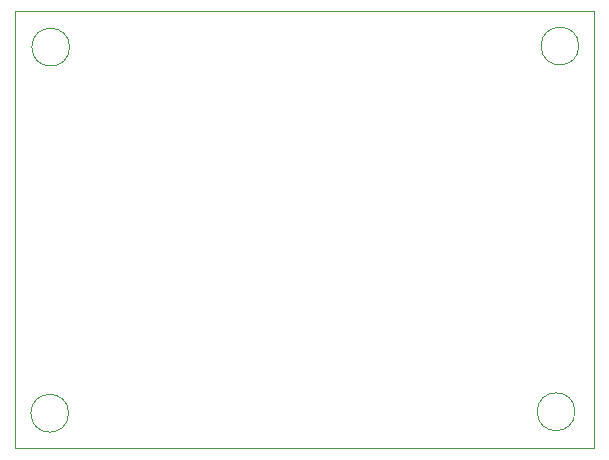
<source format=gbr>
G04 #@! TF.GenerationSoftware,KiCad,Pcbnew,5.1.5+dfsg1-2build2*
G04 #@! TF.CreationDate,2020-12-07T20:52:04+03:00*
G04 #@! TF.ProjectId,PowerNeg,506f7765-724e-4656-972e-6b696361645f,rev?*
G04 #@! TF.SameCoordinates,Original*
G04 #@! TF.FileFunction,Profile,NP*
%FSLAX46Y46*%
G04 Gerber Fmt 4.6, Leading zero omitted, Abs format (unit mm)*
G04 Created by KiCad (PCBNEW 5.1.5+dfsg1-2build2) date 2020-12-07 20:52:04*
%MOMM*%
%LPD*%
G04 APERTURE LIST*
%ADD10C,0.120000*%
G04 APERTURE END LIST*
D10*
X170520000Y-107030000D02*
G75*
G03X170520000Y-107030000I-1600000J0D01*
G01*
X170600000Y-76030000D02*
G75*
G03X170600000Y-76030000I-1600000J0D01*
G01*
X213720000Y-75940000D02*
G75*
G03X213720000Y-75940000I-1600000J0D01*
G01*
X213390000Y-106900000D02*
G75*
G03X213390000Y-106900000I-1600000J0D01*
G01*
X166000000Y-110000000D02*
X166000000Y-73000000D01*
X215000000Y-110000000D02*
X166000000Y-110000000D01*
X215000000Y-73000000D02*
X215000000Y-110000000D01*
X166000000Y-73000000D02*
X215000000Y-73000000D01*
M02*

</source>
